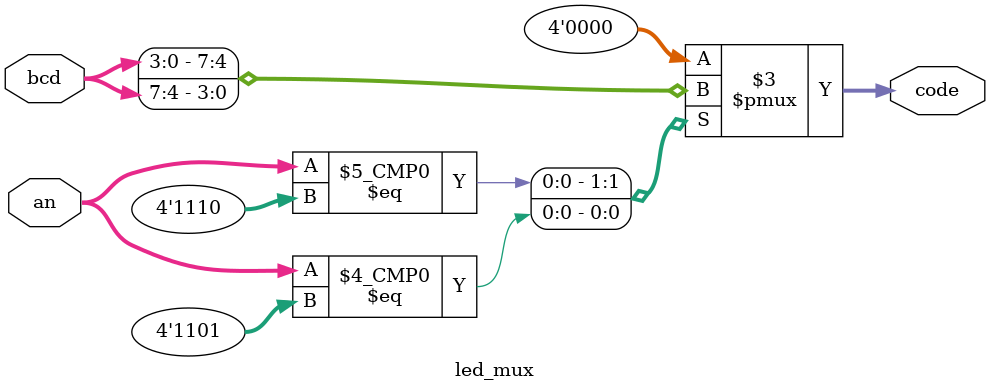
<source format=v>
`timescale 1ns / 1ps
module led_mux(
	input [3:0] an,
	input [7:0] bcd,
	output reg [3:0] code
    );
	always @(an) begin
		case(an)
			4'b1110: begin code=bcd[3:0]; end
			4'b1101: begin code=bcd[7:4]; end
			default: begin code=0; end
		endcase
	end
endmodule

</source>
